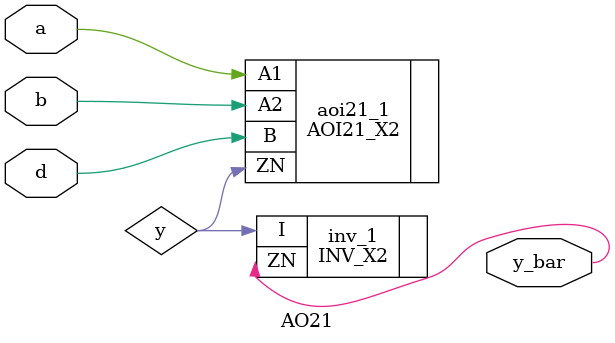
<source format=v>

/* verilator lint_off UNUSEDSIGNAL
module Hybrid_64_BK1_SA5_top (a,b,cin,sum,cout,clk,rst);
input [63:0]a;
input [63:0]b;
input cin;
output reg [63:0]sum;
output reg cout;
input clk;
input rst;
wire [63:0] sum_w;
wire cout_w;
reg cin_r;
Hybrid_64_BK1_SA5 u0 (a,b,cin_r,sum_w,cout_w);
always @(posedge clk ) begin
    if (rst) begin
        sum<=0;
        cout<=0;
    end
    else begin
        sum<=sum_w;
        cout<=cout_w; 
        cin_r <= cin;
    end
end
endmodule */

module pg_gen_bk_sa_64 (a,b,cin,p,g);
input [63:0]a;
input [63:0]b;
input cin;
output [64:0]p;
output [64:0]g;
assign g[0]=cin;
assign p[0]=0;
assign p[64:1]=a^b;
assign g[64:1]=a&b;
endmodule

module Hybrid_64_BK1_SA5 (a,b,cin,sum,cout);

input [64:1]a;
input [64:1]b;
input cin;
output [64:1]sum;
output cout;
wire [64:0]p;
wire [64:0]g;
pg_gen_bk_sa_64 pg_gen_bksa (a,b,cin,p,g);
genvar i;

wire [63:0] gnpg_level1;
wire [63:0] pp_level1;
wire [63:0] gnpg_level2;
wire [63:0] pp_level2;
wire [63:0] gnpg_level3;
wire [63:0] pp_level3;
wire [63:0] gnpg_level4;
wire [63:0] pp_level4;
wire [63:0] gnpg_level5;
wire [63:0] pp_level5;
wire [63:0] gnpg_level6;
wire [63:0] pp_level6;
             generate
               for (i = 1;i<64 ;i=i+2 ) begin:gen_block_sa11
                // assign gnpg_level1[i]=g[i]|p[i]&g[i-1];  
                  AO21 a3 (p[i],g[i-1],g[i],gnpg_level1[i]);
               // assign pp_level1[i]=p[i]&p[i-1];     
               AND2_X1 and3 (p[i],p[i-1],pp_level1[i]);
               end
            endgenerate
             generate
                for (i = 0;i<64 ;i=i+2) begin
                 assign gnpg_level1[i]=g[i];  
                 assign pp_level1[i]=p[i];     
               end
            endgenerate
        generate
             for (i = 3;i<64 ;i=i+4) begin:gen_block_sa310
            // assign gnpg_level2[i+0]=gnpg_level1[i+0]|pp_level1[i+0]&gnpg_level1[i-2];  
            AO21 a5 (pp_level1[i+0],gnpg_level1[i-2],gnpg_level1[i+0],gnpg_level2[i+0]);
           //  assign pp_level2[i+0]=pp_level1[i+0]&pp_level1[i-2];     
              AND2_X1 and5 (pp_level1[i+0],pp_level1[i-2],pp_level2[i+0]);       
         end
       endgenerate
       //old_value_pass
       generate
             for (i = 5;i<64 ;i=i+4) begin
             assign gnpg_level2[i+0]=gnpg_level1[i+0];  
             assign pp_level2[i+0]=pp_level1[i+0];            
         end
       endgenerate
       
         generate
             for (i = 0;i<3 ;i=i+1) begin
             assign gnpg_level2[i]=gnpg_level1[i];  
             assign pp_level2[i]=pp_level1[i];           
         end
       endgenerate 
         //k
         generate
             for (i = 3+1;i<3+2 ;i=i+1) begin
             assign gnpg_level2[i]=gnpg_level1[i];  
             assign pp_level2[i]=pp_level1[i];           
         end
       endgenerate 
         //k
         generate
             for (i = 5+1;i<5+2 ;i=i+1) begin
             assign gnpg_level2[i]=gnpg_level1[i];  
             assign pp_level2[i]=pp_level1[i];           
         end
       endgenerate 
         //k
         generate
             for (i = 7+1;i<7+2 ;i=i+1) begin
             assign gnpg_level2[i]=gnpg_level1[i];  
             assign pp_level2[i]=pp_level1[i];           
         end
       endgenerate 
         //k
         generate
             for (i = 9+1;i<9+2 ;i=i+1) begin
             assign gnpg_level2[i]=gnpg_level1[i];  
             assign pp_level2[i]=pp_level1[i];           
         end
       endgenerate 
         //k
         generate
             for (i = 11+1;i<11+2 ;i=i+1) begin
             assign gnpg_level2[i]=gnpg_level1[i];  
             assign pp_level2[i]=pp_level1[i];           
         end
       endgenerate 
         //k
         generate
             for (i = 13+1;i<13+2 ;i=i+1) begin
             assign gnpg_level2[i]=gnpg_level1[i];  
             assign pp_level2[i]=pp_level1[i];           
         end
       endgenerate 
         //k
         generate
             for (i = 15+1;i<15+2 ;i=i+1) begin
             assign gnpg_level2[i]=gnpg_level1[i];  
             assign pp_level2[i]=pp_level1[i];           
         end
       endgenerate 
         //k
         generate
             for (i = 17+1;i<17+2 ;i=i+1) begin
             assign gnpg_level2[i]=gnpg_level1[i];  
             assign pp_level2[i]=pp_level1[i];           
         end
       endgenerate 
         //k
         generate
             for (i = 19+1;i<19+2 ;i=i+1) begin
             assign gnpg_level2[i]=gnpg_level1[i];  
             assign pp_level2[i]=pp_level1[i];           
         end
       endgenerate 
         //k
         generate
             for (i = 21+1;i<21+2 ;i=i+1) begin
             assign gnpg_level2[i]=gnpg_level1[i];  
             assign pp_level2[i]=pp_level1[i];           
         end
       endgenerate 
         //k
         generate
             for (i = 23+1;i<23+2 ;i=i+1) begin
             assign gnpg_level2[i]=gnpg_level1[i];  
             assign pp_level2[i]=pp_level1[i];           
         end
       endgenerate 
         //k
         generate
             for (i = 25+1;i<25+2 ;i=i+1) begin
             assign gnpg_level2[i]=gnpg_level1[i];  
             assign pp_level2[i]=pp_level1[i];           
         end
       endgenerate 
         //k
         generate
             for (i = 27+1;i<27+2 ;i=i+1) begin
             assign gnpg_level2[i]=gnpg_level1[i];  
             assign pp_level2[i]=pp_level1[i];           
         end
       endgenerate 
         //k
         generate
             for (i = 29+1;i<29+2 ;i=i+1) begin
             assign gnpg_level2[i]=gnpg_level1[i];  
             assign pp_level2[i]=pp_level1[i];           
         end
       endgenerate 
         //k
         generate
             for (i = 31+1;i<31+2 ;i=i+1) begin
             assign gnpg_level2[i]=gnpg_level1[i];  
             assign pp_level2[i]=pp_level1[i];           
         end
       endgenerate 
         //k
         generate
             for (i = 33+1;i<33+2 ;i=i+1) begin
             assign gnpg_level2[i]=gnpg_level1[i];  
             assign pp_level2[i]=pp_level1[i];           
         end
       endgenerate 
         //k
         generate
             for (i = 35+1;i<35+2 ;i=i+1) begin
             assign gnpg_level2[i]=gnpg_level1[i];  
             assign pp_level2[i]=pp_level1[i];           
         end
       endgenerate 
         //k
         generate
             for (i = 37+1;i<37+2 ;i=i+1) begin
             assign gnpg_level2[i]=gnpg_level1[i];  
             assign pp_level2[i]=pp_level1[i];           
         end
       endgenerate 
         //k
         generate
             for (i = 39+1;i<39+2 ;i=i+1) begin
             assign gnpg_level2[i]=gnpg_level1[i];  
             assign pp_level2[i]=pp_level1[i];           
         end
       endgenerate 
         //k
         generate
             for (i = 41+1;i<41+2 ;i=i+1) begin
             assign gnpg_level2[i]=gnpg_level1[i];  
             assign pp_level2[i]=pp_level1[i];           
         end
       endgenerate 
         //k
         generate
             for (i = 43+1;i<43+2 ;i=i+1) begin
             assign gnpg_level2[i]=gnpg_level1[i];  
             assign pp_level2[i]=pp_level1[i];           
         end
       endgenerate 
         //k
         generate
             for (i = 45+1;i<45+2 ;i=i+1) begin
             assign gnpg_level2[i]=gnpg_level1[i];  
             assign pp_level2[i]=pp_level1[i];           
         end
       endgenerate 
         //k
         generate
             for (i = 47+1;i<47+2 ;i=i+1) begin
             assign gnpg_level2[i]=gnpg_level1[i];  
             assign pp_level2[i]=pp_level1[i];           
         end
       endgenerate 
         //k
         generate
             for (i = 49+1;i<49+2 ;i=i+1) begin
             assign gnpg_level2[i]=gnpg_level1[i];  
             assign pp_level2[i]=pp_level1[i];           
         end
       endgenerate 
         //k
         generate
             for (i = 51+1;i<51+2 ;i=i+1) begin
             assign gnpg_level2[i]=gnpg_level1[i];  
             assign pp_level2[i]=pp_level1[i];           
         end
       endgenerate 
         //k
         generate
             for (i = 53+1;i<53+2 ;i=i+1) begin
             assign gnpg_level2[i]=gnpg_level1[i];  
             assign pp_level2[i]=pp_level1[i];           
         end
       endgenerate 
         //k
         generate
             for (i = 55+1;i<55+2 ;i=i+1) begin
             assign gnpg_level2[i]=gnpg_level1[i];  
             assign pp_level2[i]=pp_level1[i];           
         end
       endgenerate 
         //k
         generate
             for (i = 57+1;i<57+2 ;i=i+1) begin
             assign gnpg_level2[i]=gnpg_level1[i];  
             assign pp_level2[i]=pp_level1[i];           
         end
       endgenerate 
         //k
         generate
             for (i = 59+1;i<59+2 ;i=i+1) begin
             assign gnpg_level2[i]=gnpg_level1[i];  
             assign pp_level2[i]=pp_level1[i];           
         end
       endgenerate 
         //k
         generate
             for (i = 61+1;i<61+2 ;i=i+1) begin
             assign gnpg_level2[i]=gnpg_level1[i];  
             assign pp_level2[i]=pp_level1[i];           
         end
       endgenerate 
        generate
             for (i = 5;i<64 ;i=i+8) begin:gen_block_sa320
            // assign gnpg_level3[i+0]=gnpg_level2[i+0]|pp_level2[i+0]&gnpg_level2[i-2];  
            AO21 a5 (pp_level2[i+0],gnpg_level2[i-2],gnpg_level2[i+0],gnpg_level3[i+0]);
           //  assign pp_level3[i+0]=pp_level2[i+0]&pp_level2[i-2];     
              AND2_X1 and5 (pp_level2[i+0],pp_level2[i-2],pp_level3[i+0]);       
         end
       endgenerate
       //old_value_pass
       generate
             for (i = 9;i<64 ;i=i+8) begin
             assign gnpg_level3[i+0]=gnpg_level2[i+0];  
             assign pp_level3[i+0]=pp_level2[i+0];            
         end
       endgenerate
       
        generate
             for (i = 5;i<64 ;i=i+8) begin:gen_block_sa322
            // assign gnpg_level3[i+2]=gnpg_level2[i+2]|pp_level2[i+2]&gnpg_level2[i-2];  
            AO21 a5 (pp_level2[i+2],gnpg_level2[i-2],gnpg_level2[i+2],gnpg_level3[i+2]);
           //  assign pp_level3[i+2]=pp_level2[i+2]&pp_level2[i-2];     
              AND2_X1 and5 (pp_level2[i+2],pp_level2[i-2],pp_level3[i+2]);       
         end
       endgenerate
       //old_value_pass
       generate
             for (i = 9;i<64 ;i=i+8) begin
             assign gnpg_level3[i+2]=gnpg_level2[i+2];  
             assign pp_level3[i+2]=pp_level2[i+2];            
         end
       endgenerate
       
         generate
             for (i = 0;i<5 ;i=i+1) begin
             assign gnpg_level3[i]=gnpg_level2[i];  
             assign pp_level3[i]=pp_level2[i];           
         end
       endgenerate 
         //k
         generate
             for (i = 5+1;i<5+2 ;i=i+1) begin
             assign gnpg_level3[i]=gnpg_level2[i];  
             assign pp_level3[i]=pp_level2[i];           
         end
       endgenerate 
         //k
         generate
             for (i = 7+1;i<7+2 ;i=i+1) begin
             assign gnpg_level3[i]=gnpg_level2[i];  
             assign pp_level3[i]=pp_level2[i];           
         end
       endgenerate 
         //k
         generate
             for (i = 9+1;i<9+2 ;i=i+1) begin
             assign gnpg_level3[i]=gnpg_level2[i];  
             assign pp_level3[i]=pp_level2[i];           
         end
       endgenerate 
         //k
         generate
             for (i = 11+1;i<11+2 ;i=i+1) begin
             assign gnpg_level3[i]=gnpg_level2[i];  
             assign pp_level3[i]=pp_level2[i];           
         end
       endgenerate 
         //k
         generate
             for (i = 13+1;i<13+2 ;i=i+1) begin
             assign gnpg_level3[i]=gnpg_level2[i];  
             assign pp_level3[i]=pp_level2[i];           
         end
       endgenerate 
         //k
         generate
             for (i = 15+1;i<15+2 ;i=i+1) begin
             assign gnpg_level3[i]=gnpg_level2[i];  
             assign pp_level3[i]=pp_level2[i];           
         end
       endgenerate 
         //k
         generate
             for (i = 17+1;i<17+2 ;i=i+1) begin
             assign gnpg_level3[i]=gnpg_level2[i];  
             assign pp_level3[i]=pp_level2[i];           
         end
       endgenerate 
         //k
         generate
             for (i = 19+1;i<19+2 ;i=i+1) begin
             assign gnpg_level3[i]=gnpg_level2[i];  
             assign pp_level3[i]=pp_level2[i];           
         end
       endgenerate 
         //k
         generate
             for (i = 21+1;i<21+2 ;i=i+1) begin
             assign gnpg_level3[i]=gnpg_level2[i];  
             assign pp_level3[i]=pp_level2[i];           
         end
       endgenerate 
         //k
         generate
             for (i = 23+1;i<23+2 ;i=i+1) begin
             assign gnpg_level3[i]=gnpg_level2[i];  
             assign pp_level3[i]=pp_level2[i];           
         end
       endgenerate 
         //k
         generate
             for (i = 25+1;i<25+2 ;i=i+1) begin
             assign gnpg_level3[i]=gnpg_level2[i];  
             assign pp_level3[i]=pp_level2[i];           
         end
       endgenerate 
         //k
         generate
             for (i = 27+1;i<27+2 ;i=i+1) begin
             assign gnpg_level3[i]=gnpg_level2[i];  
             assign pp_level3[i]=pp_level2[i];           
         end
       endgenerate 
         //k
         generate
             for (i = 29+1;i<29+2 ;i=i+1) begin
             assign gnpg_level3[i]=gnpg_level2[i];  
             assign pp_level3[i]=pp_level2[i];           
         end
       endgenerate 
         //k
         generate
             for (i = 31+1;i<31+2 ;i=i+1) begin
             assign gnpg_level3[i]=gnpg_level2[i];  
             assign pp_level3[i]=pp_level2[i];           
         end
       endgenerate 
         //k
         generate
             for (i = 33+1;i<33+2 ;i=i+1) begin
             assign gnpg_level3[i]=gnpg_level2[i];  
             assign pp_level3[i]=pp_level2[i];           
         end
       endgenerate 
         //k
         generate
             for (i = 35+1;i<35+2 ;i=i+1) begin
             assign gnpg_level3[i]=gnpg_level2[i];  
             assign pp_level3[i]=pp_level2[i];           
         end
       endgenerate 
         //k
         generate
             for (i = 37+1;i<37+2 ;i=i+1) begin
             assign gnpg_level3[i]=gnpg_level2[i];  
             assign pp_level3[i]=pp_level2[i];           
         end
       endgenerate 
         //k
         generate
             for (i = 39+1;i<39+2 ;i=i+1) begin
             assign gnpg_level3[i]=gnpg_level2[i];  
             assign pp_level3[i]=pp_level2[i];           
         end
       endgenerate 
         //k
         generate
             for (i = 41+1;i<41+2 ;i=i+1) begin
             assign gnpg_level3[i]=gnpg_level2[i];  
             assign pp_level3[i]=pp_level2[i];           
         end
       endgenerate 
         //k
         generate
             for (i = 43+1;i<43+2 ;i=i+1) begin
             assign gnpg_level3[i]=gnpg_level2[i];  
             assign pp_level3[i]=pp_level2[i];           
         end
       endgenerate 
         //k
         generate
             for (i = 45+1;i<45+2 ;i=i+1) begin
             assign gnpg_level3[i]=gnpg_level2[i];  
             assign pp_level3[i]=pp_level2[i];           
         end
       endgenerate 
         //k
         generate
             for (i = 47+1;i<47+2 ;i=i+1) begin
             assign gnpg_level3[i]=gnpg_level2[i];  
             assign pp_level3[i]=pp_level2[i];           
         end
       endgenerate 
         //k
         generate
             for (i = 49+1;i<49+2 ;i=i+1) begin
             assign gnpg_level3[i]=gnpg_level2[i];  
             assign pp_level3[i]=pp_level2[i];           
         end
       endgenerate 
         //k
         generate
             for (i = 51+1;i<51+2 ;i=i+1) begin
             assign gnpg_level3[i]=gnpg_level2[i];  
             assign pp_level3[i]=pp_level2[i];           
         end
       endgenerate 
         //k
         generate
             for (i = 53+1;i<53+2 ;i=i+1) begin
             assign gnpg_level3[i]=gnpg_level2[i];  
             assign pp_level3[i]=pp_level2[i];           
         end
       endgenerate 
         //k
         generate
             for (i = 55+1;i<55+2 ;i=i+1) begin
             assign gnpg_level3[i]=gnpg_level2[i];  
             assign pp_level3[i]=pp_level2[i];           
         end
       endgenerate 
         //k
         generate
             for (i = 57+1;i<57+2 ;i=i+1) begin
             assign gnpg_level3[i]=gnpg_level2[i];  
             assign pp_level3[i]=pp_level2[i];           
         end
       endgenerate 
         //k
         generate
             for (i = 59+1;i<59+2 ;i=i+1) begin
             assign gnpg_level3[i]=gnpg_level2[i];  
             assign pp_level3[i]=pp_level2[i];           
         end
       endgenerate 
         //k
         generate
             for (i = 61+1;i<61+2 ;i=i+1) begin
             assign gnpg_level3[i]=gnpg_level2[i];  
             assign pp_level3[i]=pp_level2[i];           
         end
       endgenerate 
        generate
             for (i = 9;i<64 ;i=i+16) begin:gen_block_sa330
            // assign gnpg_level4[i+0]=gnpg_level3[i+0]|pp_level3[i+0]&gnpg_level3[i-2];  
            AO21 a5 (pp_level3[i+0],gnpg_level3[i-2],gnpg_level3[i+0],gnpg_level4[i+0]);
           //  assign pp_level4[i+0]=pp_level3[i+0]&pp_level3[i-2];     
              AND2_X1 and5 (pp_level3[i+0],pp_level3[i-2],pp_level4[i+0]);       
         end
       endgenerate
       //old_value_pass
       generate
             for (i = 17;i<64 ;i=i+16) begin
             assign gnpg_level4[i+0]=gnpg_level3[i+0];  
             assign pp_level4[i+0]=pp_level3[i+0];            
         end
       endgenerate
       
        generate
             for (i = 9;i<64 ;i=i+16) begin:gen_block_sa332
            // assign gnpg_level4[i+2]=gnpg_level3[i+2]|pp_level3[i+2]&gnpg_level3[i-2];  
            AO21 a5 (pp_level3[i+2],gnpg_level3[i-2],gnpg_level3[i+2],gnpg_level4[i+2]);
           //  assign pp_level4[i+2]=pp_level3[i+2]&pp_level3[i-2];     
              AND2_X1 and5 (pp_level3[i+2],pp_level3[i-2],pp_level4[i+2]);       
         end
       endgenerate
       //old_value_pass
       generate
             for (i = 17;i<64 ;i=i+16) begin
             assign gnpg_level4[i+2]=gnpg_level3[i+2];  
             assign pp_level4[i+2]=pp_level3[i+2];            
         end
       endgenerate
       
        generate
             for (i = 9;i<64 ;i=i+16) begin:gen_block_sa334
            // assign gnpg_level4[i+4]=gnpg_level3[i+4]|pp_level3[i+4]&gnpg_level3[i-2];  
            AO21 a5 (pp_level3[i+4],gnpg_level3[i-2],gnpg_level3[i+4],gnpg_level4[i+4]);
           //  assign pp_level4[i+4]=pp_level3[i+4]&pp_level3[i-2];     
              AND2_X1 and5 (pp_level3[i+4],pp_level3[i-2],pp_level4[i+4]);       
         end
       endgenerate
       //old_value_pass
       generate
             for (i = 17;i<64 ;i=i+16) begin
             assign gnpg_level4[i+4]=gnpg_level3[i+4];  
             assign pp_level4[i+4]=pp_level3[i+4];            
         end
       endgenerate
       
        generate
             for (i = 9;i<64 ;i=i+16) begin:gen_block_sa336
            // assign gnpg_level4[i+6]=gnpg_level3[i+6]|pp_level3[i+6]&gnpg_level3[i-2];  
            AO21 a5 (pp_level3[i+6],gnpg_level3[i-2],gnpg_level3[i+6],gnpg_level4[i+6]);
           //  assign pp_level4[i+6]=pp_level3[i+6]&pp_level3[i-2];     
              AND2_X1 and5 (pp_level3[i+6],pp_level3[i-2],pp_level4[i+6]);       
         end
       endgenerate
       //old_value_pass
       generate
             for (i = 17;i<64 ;i=i+16) begin
             assign gnpg_level4[i+6]=gnpg_level3[i+6];  
             assign pp_level4[i+6]=pp_level3[i+6];            
         end
       endgenerate
       
         generate
             for (i = 0;i<9 ;i=i+1) begin
             assign gnpg_level4[i]=gnpg_level3[i];  
             assign pp_level4[i]=pp_level3[i];           
         end
       endgenerate 
         //k
         generate
             for (i = 9+1;i<9+2 ;i=i+1) begin
             assign gnpg_level4[i]=gnpg_level3[i];  
             assign pp_level4[i]=pp_level3[i];           
         end
       endgenerate 
         //k
         generate
             for (i = 11+1;i<11+2 ;i=i+1) begin
             assign gnpg_level4[i]=gnpg_level3[i];  
             assign pp_level4[i]=pp_level3[i];           
         end
       endgenerate 
         //k
         generate
             for (i = 13+1;i<13+2 ;i=i+1) begin
             assign gnpg_level4[i]=gnpg_level3[i];  
             assign pp_level4[i]=pp_level3[i];           
         end
       endgenerate 
         //k
         generate
             for (i = 15+1;i<15+2 ;i=i+1) begin
             assign gnpg_level4[i]=gnpg_level3[i];  
             assign pp_level4[i]=pp_level3[i];           
         end
       endgenerate 
         //k
         generate
             for (i = 17+1;i<17+2 ;i=i+1) begin
             assign gnpg_level4[i]=gnpg_level3[i];  
             assign pp_level4[i]=pp_level3[i];           
         end
       endgenerate 
         //k
         generate
             for (i = 19+1;i<19+2 ;i=i+1) begin
             assign gnpg_level4[i]=gnpg_level3[i];  
             assign pp_level4[i]=pp_level3[i];           
         end
       endgenerate 
         //k
         generate
             for (i = 21+1;i<21+2 ;i=i+1) begin
             assign gnpg_level4[i]=gnpg_level3[i];  
             assign pp_level4[i]=pp_level3[i];           
         end
       endgenerate 
         //k
         generate
             for (i = 23+1;i<23+2 ;i=i+1) begin
             assign gnpg_level4[i]=gnpg_level3[i];  
             assign pp_level4[i]=pp_level3[i];           
         end
       endgenerate 
         //k
         generate
             for (i = 25+1;i<25+2 ;i=i+1) begin
             assign gnpg_level4[i]=gnpg_level3[i];  
             assign pp_level4[i]=pp_level3[i];           
         end
       endgenerate 
         //k
         generate
             for (i = 27+1;i<27+2 ;i=i+1) begin
             assign gnpg_level4[i]=gnpg_level3[i];  
             assign pp_level4[i]=pp_level3[i];           
         end
       endgenerate 
         //k
         generate
             for (i = 29+1;i<29+2 ;i=i+1) begin
             assign gnpg_level4[i]=gnpg_level3[i];  
             assign pp_level4[i]=pp_level3[i];           
         end
       endgenerate 
         //k
         generate
             for (i = 31+1;i<31+2 ;i=i+1) begin
             assign gnpg_level4[i]=gnpg_level3[i];  
             assign pp_level4[i]=pp_level3[i];           
         end
       endgenerate 
         //k
         generate
             for (i = 33+1;i<33+2 ;i=i+1) begin
             assign gnpg_level4[i]=gnpg_level3[i];  
             assign pp_level4[i]=pp_level3[i];           
         end
       endgenerate 
         //k
         generate
             for (i = 35+1;i<35+2 ;i=i+1) begin
             assign gnpg_level4[i]=gnpg_level3[i];  
             assign pp_level4[i]=pp_level3[i];           
         end
       endgenerate 
         //k
         generate
             for (i = 37+1;i<37+2 ;i=i+1) begin
             assign gnpg_level4[i]=gnpg_level3[i];  
             assign pp_level4[i]=pp_level3[i];           
         end
       endgenerate 
         //k
         generate
             for (i = 39+1;i<39+2 ;i=i+1) begin
             assign gnpg_level4[i]=gnpg_level3[i];  
             assign pp_level4[i]=pp_level3[i];           
         end
       endgenerate 
         //k
         generate
             for (i = 41+1;i<41+2 ;i=i+1) begin
             assign gnpg_level4[i]=gnpg_level3[i];  
             assign pp_level4[i]=pp_level3[i];           
         end
       endgenerate 
         //k
         generate
             for (i = 43+1;i<43+2 ;i=i+1) begin
             assign gnpg_level4[i]=gnpg_level3[i];  
             assign pp_level4[i]=pp_level3[i];           
         end
       endgenerate 
         //k
         generate
             for (i = 45+1;i<45+2 ;i=i+1) begin
             assign gnpg_level4[i]=gnpg_level3[i];  
             assign pp_level4[i]=pp_level3[i];           
         end
       endgenerate 
         //k
         generate
             for (i = 47+1;i<47+2 ;i=i+1) begin
             assign gnpg_level4[i]=gnpg_level3[i];  
             assign pp_level4[i]=pp_level3[i];           
         end
       endgenerate 
         //k
         generate
             for (i = 49+1;i<49+2 ;i=i+1) begin
             assign gnpg_level4[i]=gnpg_level3[i];  
             assign pp_level4[i]=pp_level3[i];           
         end
       endgenerate 
         //k
         generate
             for (i = 51+1;i<51+2 ;i=i+1) begin
             assign gnpg_level4[i]=gnpg_level3[i];  
             assign pp_level4[i]=pp_level3[i];           
         end
       endgenerate 
         //k
         generate
             for (i = 53+1;i<53+2 ;i=i+1) begin
             assign gnpg_level4[i]=gnpg_level3[i];  
             assign pp_level4[i]=pp_level3[i];           
         end
       endgenerate 
         //k
         generate
             for (i = 55+1;i<55+2 ;i=i+1) begin
             assign gnpg_level4[i]=gnpg_level3[i];  
             assign pp_level4[i]=pp_level3[i];           
         end
       endgenerate 
         //k
         generate
             for (i = 57+1;i<57+2 ;i=i+1) begin
             assign gnpg_level4[i]=gnpg_level3[i];  
             assign pp_level4[i]=pp_level3[i];           
         end
       endgenerate 
         //k
         generate
             for (i = 59+1;i<59+2 ;i=i+1) begin
             assign gnpg_level4[i]=gnpg_level3[i];  
             assign pp_level4[i]=pp_level3[i];           
         end
       endgenerate 
         //k
         generate
             for (i = 61+1;i<61+2 ;i=i+1) begin
             assign gnpg_level4[i]=gnpg_level3[i];  
             assign pp_level4[i]=pp_level3[i];           
         end
       endgenerate 
        generate
             for (i = 17;i<64 ;i=i+32) begin:gen_block_sa340
            // assign gnpg_level5[i+0]=gnpg_level4[i+0]|pp_level4[i+0]&gnpg_level4[i-2];  
            AO21 a5 (pp_level4[i+0],gnpg_level4[i-2],gnpg_level4[i+0],gnpg_level5[i+0]);
           //  assign pp_level5[i+0]=pp_level4[i+0]&pp_level4[i-2];     
              AND2_X1 and5 (pp_level4[i+0],pp_level4[i-2],pp_level5[i+0]);       
         end
       endgenerate
       //old_value_pass
       generate
             for (i = 33;i<64 ;i=i+32) begin
             assign gnpg_level5[i+0]=gnpg_level4[i+0];  
             assign pp_level5[i+0]=pp_level4[i+0];            
         end
       endgenerate
       
        generate
             for (i = 17;i<64 ;i=i+32) begin:gen_block_sa342
            // assign gnpg_level5[i+2]=gnpg_level4[i+2]|pp_level4[i+2]&gnpg_level4[i-2];  
            AO21 a5 (pp_level4[i+2],gnpg_level4[i-2],gnpg_level4[i+2],gnpg_level5[i+2]);
           //  assign pp_level5[i+2]=pp_level4[i+2]&pp_level4[i-2];     
              AND2_X1 and5 (pp_level4[i+2],pp_level4[i-2],pp_level5[i+2]);       
         end
       endgenerate
       //old_value_pass
       generate
             for (i = 33;i<64 ;i=i+32) begin
             assign gnpg_level5[i+2]=gnpg_level4[i+2];  
             assign pp_level5[i+2]=pp_level4[i+2];            
         end
       endgenerate
       
        generate
             for (i = 17;i<64 ;i=i+32) begin:gen_block_sa344
            // assign gnpg_level5[i+4]=gnpg_level4[i+4]|pp_level4[i+4]&gnpg_level4[i-2];  
            AO21 a5 (pp_level4[i+4],gnpg_level4[i-2],gnpg_level4[i+4],gnpg_level5[i+4]);
           //  assign pp_level5[i+4]=pp_level4[i+4]&pp_level4[i-2];     
              AND2_X1 and5 (pp_level4[i+4],pp_level4[i-2],pp_level5[i+4]);       
         end
       endgenerate
       //old_value_pass
       generate
             for (i = 33;i<64 ;i=i+32) begin
             assign gnpg_level5[i+4]=gnpg_level4[i+4];  
             assign pp_level5[i+4]=pp_level4[i+4];            
         end
       endgenerate
       
        generate
             for (i = 17;i<64 ;i=i+32) begin:gen_block_sa346
            // assign gnpg_level5[i+6]=gnpg_level4[i+6]|pp_level4[i+6]&gnpg_level4[i-2];  
            AO21 a5 (pp_level4[i+6],gnpg_level4[i-2],gnpg_level4[i+6],gnpg_level5[i+6]);
           //  assign pp_level5[i+6]=pp_level4[i+6]&pp_level4[i-2];     
              AND2_X1 and5 (pp_level4[i+6],pp_level4[i-2],pp_level5[i+6]);       
         end
       endgenerate
       //old_value_pass
       generate
             for (i = 33;i<64 ;i=i+32) begin
             assign gnpg_level5[i+6]=gnpg_level4[i+6];  
             assign pp_level5[i+6]=pp_level4[i+6];            
         end
       endgenerate
       
        generate
             for (i = 17;i<64 ;i=i+32) begin:gen_block_sa348
            // assign gnpg_level5[i+8]=gnpg_level4[i+8]|pp_level4[i+8]&gnpg_level4[i-2];  
            AO21 a5 (pp_level4[i+8],gnpg_level4[i-2],gnpg_level4[i+8],gnpg_level5[i+8]);
           //  assign pp_level5[i+8]=pp_level4[i+8]&pp_level4[i-2];     
              AND2_X1 and5 (pp_level4[i+8],pp_level4[i-2],pp_level5[i+8]);       
         end
       endgenerate
       //old_value_pass
       generate
             for (i = 33;i<64 ;i=i+32) begin
             assign gnpg_level5[i+8]=gnpg_level4[i+8];  
             assign pp_level5[i+8]=pp_level4[i+8];            
         end
       endgenerate
       
        generate
             for (i = 17;i<64 ;i=i+32) begin:gen_block_sa3410
            // assign gnpg_level5[i+10]=gnpg_level4[i+10]|pp_level4[i+10]&gnpg_level4[i-2];  
            AO21 a5 (pp_level4[i+10],gnpg_level4[i-2],gnpg_level4[i+10],gnpg_level5[i+10]);
           //  assign pp_level5[i+10]=pp_level4[i+10]&pp_level4[i-2];     
              AND2_X1 and5 (pp_level4[i+10],pp_level4[i-2],pp_level5[i+10]);       
         end
       endgenerate
       //old_value_pass
       generate
             for (i = 33;i<64 ;i=i+32) begin
             assign gnpg_level5[i+10]=gnpg_level4[i+10];  
             assign pp_level5[i+10]=pp_level4[i+10];            
         end
       endgenerate
       
        generate
             for (i = 17;i<64 ;i=i+32) begin:gen_block_sa3412
            // assign gnpg_level5[i+12]=gnpg_level4[i+12]|pp_level4[i+12]&gnpg_level4[i-2];  
            AO21 a5 (pp_level4[i+12],gnpg_level4[i-2],gnpg_level4[i+12],gnpg_level5[i+12]);
           //  assign pp_level5[i+12]=pp_level4[i+12]&pp_level4[i-2];     
              AND2_X1 and5 (pp_level4[i+12],pp_level4[i-2],pp_level5[i+12]);       
         end
       endgenerate
       //old_value_pass
       generate
             for (i = 33;i<64 ;i=i+32) begin
             assign gnpg_level5[i+12]=gnpg_level4[i+12];  
             assign pp_level5[i+12]=pp_level4[i+12];            
         end
       endgenerate
       
        generate
             for (i = 17;i<64 ;i=i+32) begin:gen_block_sa3414
            // assign gnpg_level5[i+14]=gnpg_level4[i+14]|pp_level4[i+14]&gnpg_level4[i-2];  
            AO21 a5 (pp_level4[i+14],gnpg_level4[i-2],gnpg_level4[i+14],gnpg_level5[i+14]);
           //  assign pp_level5[i+14]=pp_level4[i+14]&pp_level4[i-2];     
              AND2_X1 and5 (pp_level4[i+14],pp_level4[i-2],pp_level5[i+14]);       
         end
       endgenerate
       //old_value_pass
       generate
             for (i = 33;i<64 ;i=i+32) begin
             assign gnpg_level5[i+14]=gnpg_level4[i+14];  
             assign pp_level5[i+14]=pp_level4[i+14];            
         end
       endgenerate
       
         generate
             for (i = 0;i<17 ;i=i+1) begin
             assign gnpg_level5[i]=gnpg_level4[i];  
             assign pp_level5[i]=pp_level4[i];           
         end
       endgenerate 
         //k
         generate
             for (i = 17+1;i<17+2 ;i=i+1) begin
             assign gnpg_level5[i]=gnpg_level4[i];  
             assign pp_level5[i]=pp_level4[i];           
         end
       endgenerate 
         //k
         generate
             for (i = 19+1;i<19+2 ;i=i+1) begin
             assign gnpg_level5[i]=gnpg_level4[i];  
             assign pp_level5[i]=pp_level4[i];           
         end
       endgenerate 
         //k
         generate
             for (i = 21+1;i<21+2 ;i=i+1) begin
             assign gnpg_level5[i]=gnpg_level4[i];  
             assign pp_level5[i]=pp_level4[i];           
         end
       endgenerate 
         //k
         generate
             for (i = 23+1;i<23+2 ;i=i+1) begin
             assign gnpg_level5[i]=gnpg_level4[i];  
             assign pp_level5[i]=pp_level4[i];           
         end
       endgenerate 
         //k
         generate
             for (i = 25+1;i<25+2 ;i=i+1) begin
             assign gnpg_level5[i]=gnpg_level4[i];  
             assign pp_level5[i]=pp_level4[i];           
         end
       endgenerate 
         //k
         generate
             for (i = 27+1;i<27+2 ;i=i+1) begin
             assign gnpg_level5[i]=gnpg_level4[i];  
             assign pp_level5[i]=pp_level4[i];           
         end
       endgenerate 
         //k
         generate
             for (i = 29+1;i<29+2 ;i=i+1) begin
             assign gnpg_level5[i]=gnpg_level4[i];  
             assign pp_level5[i]=pp_level4[i];           
         end
       endgenerate 
         //k
         generate
             for (i = 31+1;i<31+2 ;i=i+1) begin
             assign gnpg_level5[i]=gnpg_level4[i];  
             assign pp_level5[i]=pp_level4[i];           
         end
       endgenerate 
         //k
         generate
             for (i = 33+1;i<33+2 ;i=i+1) begin
             assign gnpg_level5[i]=gnpg_level4[i];  
             assign pp_level5[i]=pp_level4[i];           
         end
       endgenerate 
         //k
         generate
             for (i = 35+1;i<35+2 ;i=i+1) begin
             assign gnpg_level5[i]=gnpg_level4[i];  
             assign pp_level5[i]=pp_level4[i];           
         end
       endgenerate 
         //k
         generate
             for (i = 37+1;i<37+2 ;i=i+1) begin
             assign gnpg_level5[i]=gnpg_level4[i];  
             assign pp_level5[i]=pp_level4[i];           
         end
       endgenerate 
         //k
         generate
             for (i = 39+1;i<39+2 ;i=i+1) begin
             assign gnpg_level5[i]=gnpg_level4[i];  
             assign pp_level5[i]=pp_level4[i];           
         end
       endgenerate 
         //k
         generate
             for (i = 41+1;i<41+2 ;i=i+1) begin
             assign gnpg_level5[i]=gnpg_level4[i];  
             assign pp_level5[i]=pp_level4[i];           
         end
       endgenerate 
         //k
         generate
             for (i = 43+1;i<43+2 ;i=i+1) begin
             assign gnpg_level5[i]=gnpg_level4[i];  
             assign pp_level5[i]=pp_level4[i];           
         end
       endgenerate 
         //k
         generate
             for (i = 45+1;i<45+2 ;i=i+1) begin
             assign gnpg_level5[i]=gnpg_level4[i];  
             assign pp_level5[i]=pp_level4[i];           
         end
       endgenerate 
         //k
         generate
             for (i = 47+1;i<47+2 ;i=i+1) begin
             assign gnpg_level5[i]=gnpg_level4[i];  
             assign pp_level5[i]=pp_level4[i];           
         end
       endgenerate 
         //k
         generate
             for (i = 49+1;i<49+2 ;i=i+1) begin
             assign gnpg_level5[i]=gnpg_level4[i];  
             assign pp_level5[i]=pp_level4[i];           
         end
       endgenerate 
         //k
         generate
             for (i = 51+1;i<51+2 ;i=i+1) begin
             assign gnpg_level5[i]=gnpg_level4[i];  
             assign pp_level5[i]=pp_level4[i];           
         end
       endgenerate 
         //k
         generate
             for (i = 53+1;i<53+2 ;i=i+1) begin
             assign gnpg_level5[i]=gnpg_level4[i];  
             assign pp_level5[i]=pp_level4[i];           
         end
       endgenerate 
         //k
         generate
             for (i = 55+1;i<55+2 ;i=i+1) begin
             assign gnpg_level5[i]=gnpg_level4[i];  
             assign pp_level5[i]=pp_level4[i];           
         end
       endgenerate 
         //k
         generate
             for (i = 57+1;i<57+2 ;i=i+1) begin
             assign gnpg_level5[i]=gnpg_level4[i];  
             assign pp_level5[i]=pp_level4[i];           
         end
       endgenerate 
         //k
         generate
             for (i = 59+1;i<59+2 ;i=i+1) begin
             assign gnpg_level5[i]=gnpg_level4[i];  
             assign pp_level5[i]=pp_level4[i];           
         end
       endgenerate 
         //k
         generate
             for (i = 61+1;i<61+2 ;i=i+1) begin
             assign gnpg_level5[i]=gnpg_level4[i];  
             assign pp_level5[i]=pp_level4[i];           
         end
       endgenerate 
        generate
             for (i = 33;i<64 ;i=i+64) begin:gen_block_sa350
            // assign gnpg_level6[i+0]=gnpg_level5[i+0]|pp_level5[i+0]&gnpg_level5[i-2];  
            AO21 a5 (pp_level5[i+0],gnpg_level5[i-2],gnpg_level5[i+0],gnpg_level6[i+0]);
           //  assign pp_level6[i+0]=pp_level5[i+0]&pp_level5[i-2];     
              AND2_X1 and5 (pp_level5[i+0],pp_level5[i-2],pp_level6[i+0]);       
         end
       endgenerate
       //old_value_pass
       generate
             for (i = 65;i<64 ;i=i+64) begin
             assign gnpg_level6[i+0]=gnpg_level5[i+0];  
             assign pp_level6[i+0]=pp_level5[i+0];            
         end
       endgenerate
       
        generate
             for (i = 33;i<64 ;i=i+64) begin:gen_block_sa352
            // assign gnpg_level6[i+2]=gnpg_level5[i+2]|pp_level5[i+2]&gnpg_level5[i-2];  
            AO21 a5 (pp_level5[i+2],gnpg_level5[i-2],gnpg_level5[i+2],gnpg_level6[i+2]);
           //  assign pp_level6[i+2]=pp_level5[i+2]&pp_level5[i-2];     
              AND2_X1 and5 (pp_level5[i+2],pp_level5[i-2],pp_level6[i+2]);       
         end
       endgenerate
       //old_value_pass
       generate
             for (i = 65;i<64 ;i=i+64) begin
             assign gnpg_level6[i+2]=gnpg_level5[i+2];  
             assign pp_level6[i+2]=pp_level5[i+2];            
         end
       endgenerate
       
        generate
             for (i = 33;i<64 ;i=i+64) begin:gen_block_sa354
            // assign gnpg_level6[i+4]=gnpg_level5[i+4]|pp_level5[i+4]&gnpg_level5[i-2];  
            AO21 a5 (pp_level5[i+4],gnpg_level5[i-2],gnpg_level5[i+4],gnpg_level6[i+4]);
           //  assign pp_level6[i+4]=pp_level5[i+4]&pp_level5[i-2];     
              AND2_X1 and5 (pp_level5[i+4],pp_level5[i-2],pp_level6[i+4]);       
         end
       endgenerate
       //old_value_pass
       generate
             for (i = 65;i<64 ;i=i+64) begin
             assign gnpg_level6[i+4]=gnpg_level5[i+4];  
             assign pp_level6[i+4]=pp_level5[i+4];            
         end
       endgenerate
       
        generate
             for (i = 33;i<64 ;i=i+64) begin:gen_block_sa356
            // assign gnpg_level6[i+6]=gnpg_level5[i+6]|pp_level5[i+6]&gnpg_level5[i-2];  
            AO21 a5 (pp_level5[i+6],gnpg_level5[i-2],gnpg_level5[i+6],gnpg_level6[i+6]);
           //  assign pp_level6[i+6]=pp_level5[i+6]&pp_level5[i-2];     
              AND2_X1 and5 (pp_level5[i+6],pp_level5[i-2],pp_level6[i+6]);       
         end
       endgenerate
       //old_value_pass
       generate
             for (i = 65;i<64 ;i=i+64) begin
             assign gnpg_level6[i+6]=gnpg_level5[i+6];  
             assign pp_level6[i+6]=pp_level5[i+6];            
         end
       endgenerate
       
        generate
             for (i = 33;i<64 ;i=i+64) begin:gen_block_sa358
            // assign gnpg_level6[i+8]=gnpg_level5[i+8]|pp_level5[i+8]&gnpg_level5[i-2];  
            AO21 a5 (pp_level5[i+8],gnpg_level5[i-2],gnpg_level5[i+8],gnpg_level6[i+8]);
           //  assign pp_level6[i+8]=pp_level5[i+8]&pp_level5[i-2];     
              AND2_X1 and5 (pp_level5[i+8],pp_level5[i-2],pp_level6[i+8]);       
         end
       endgenerate
       //old_value_pass
       generate
             for (i = 65;i<64 ;i=i+64) begin
             assign gnpg_level6[i+8]=gnpg_level5[i+8];  
             assign pp_level6[i+8]=pp_level5[i+8];            
         end
       endgenerate
       
        generate
             for (i = 33;i<64 ;i=i+64) begin:gen_block_sa3510
            // assign gnpg_level6[i+10]=gnpg_level5[i+10]|pp_level5[i+10]&gnpg_level5[i-2];  
            AO21 a5 (pp_level5[i+10],gnpg_level5[i-2],gnpg_level5[i+10],gnpg_level6[i+10]);
           //  assign pp_level6[i+10]=pp_level5[i+10]&pp_level5[i-2];     
              AND2_X1 and5 (pp_level5[i+10],pp_level5[i-2],pp_level6[i+10]);       
         end
       endgenerate
       //old_value_pass
       generate
             for (i = 65;i<64 ;i=i+64) begin
             assign gnpg_level6[i+10]=gnpg_level5[i+10];  
             assign pp_level6[i+10]=pp_level5[i+10];            
         end
       endgenerate
       
        generate
             for (i = 33;i<64 ;i=i+64) begin:gen_block_sa3512
            // assign gnpg_level6[i+12]=gnpg_level5[i+12]|pp_level5[i+12]&gnpg_level5[i-2];  
            AO21 a5 (pp_level5[i+12],gnpg_level5[i-2],gnpg_level5[i+12],gnpg_level6[i+12]);
           //  assign pp_level6[i+12]=pp_level5[i+12]&pp_level5[i-2];     
              AND2_X1 and5 (pp_level5[i+12],pp_level5[i-2],pp_level6[i+12]);       
         end
       endgenerate
       //old_value_pass
       generate
             for (i = 65;i<64 ;i=i+64) begin
             assign gnpg_level6[i+12]=gnpg_level5[i+12];  
             assign pp_level6[i+12]=pp_level5[i+12];            
         end
       endgenerate
       
        generate
             for (i = 33;i<64 ;i=i+64) begin:gen_block_sa3514
            // assign gnpg_level6[i+14]=gnpg_level5[i+14]|pp_level5[i+14]&gnpg_level5[i-2];  
            AO21 a5 (pp_level5[i+14],gnpg_level5[i-2],gnpg_level5[i+14],gnpg_level6[i+14]);
           //  assign pp_level6[i+14]=pp_level5[i+14]&pp_level5[i-2];     
              AND2_X1 and5 (pp_level5[i+14],pp_level5[i-2],pp_level6[i+14]);       
         end
       endgenerate
       //old_value_pass
       generate
             for (i = 65;i<64 ;i=i+64) begin
             assign gnpg_level6[i+14]=gnpg_level5[i+14];  
             assign pp_level6[i+14]=pp_level5[i+14];            
         end
       endgenerate
       
        generate
             for (i = 33;i<64 ;i=i+64) begin:gen_block_sa3516
            // assign gnpg_level6[i+16]=gnpg_level5[i+16]|pp_level5[i+16]&gnpg_level5[i-2];  
            AO21 a5 (pp_level5[i+16],gnpg_level5[i-2],gnpg_level5[i+16],gnpg_level6[i+16]);
           //  assign pp_level6[i+16]=pp_level5[i+16]&pp_level5[i-2];     
              AND2_X1 and5 (pp_level5[i+16],pp_level5[i-2],pp_level6[i+16]);       
         end
       endgenerate
       //old_value_pass
       generate
             for (i = 65;i<64 ;i=i+64) begin
             assign gnpg_level6[i+16]=gnpg_level5[i+16];  
             assign pp_level6[i+16]=pp_level5[i+16];            
         end
       endgenerate
       
        generate
             for (i = 33;i<64 ;i=i+64) begin:gen_block_sa3518
            // assign gnpg_level6[i+18]=gnpg_level5[i+18]|pp_level5[i+18]&gnpg_level5[i-2];  
            AO21 a5 (pp_level5[i+18],gnpg_level5[i-2],gnpg_level5[i+18],gnpg_level6[i+18]);
           //  assign pp_level6[i+18]=pp_level5[i+18]&pp_level5[i-2];     
              AND2_X1 and5 (pp_level5[i+18],pp_level5[i-2],pp_level6[i+18]);       
         end
       endgenerate
       //old_value_pass
       generate
             for (i = 65;i<64 ;i=i+64) begin
             assign gnpg_level6[i+18]=gnpg_level5[i+18];  
             assign pp_level6[i+18]=pp_level5[i+18];            
         end
       endgenerate
       
        generate
             for (i = 33;i<64 ;i=i+64) begin:gen_block_sa3520
            // assign gnpg_level6[i+20]=gnpg_level5[i+20]|pp_level5[i+20]&gnpg_level5[i-2];  
            AO21 a5 (pp_level5[i+20],gnpg_level5[i-2],gnpg_level5[i+20],gnpg_level6[i+20]);
           //  assign pp_level6[i+20]=pp_level5[i+20]&pp_level5[i-2];     
              AND2_X1 and5 (pp_level5[i+20],pp_level5[i-2],pp_level6[i+20]);       
         end
       endgenerate
       //old_value_pass
       generate
             for (i = 65;i<64 ;i=i+64) begin
             assign gnpg_level6[i+20]=gnpg_level5[i+20];  
             assign pp_level6[i+20]=pp_level5[i+20];            
         end
       endgenerate
       
        generate
             for (i = 33;i<64 ;i=i+64) begin:gen_block_sa3522
            // assign gnpg_level6[i+22]=gnpg_level5[i+22]|pp_level5[i+22]&gnpg_level5[i-2];  
            AO21 a5 (pp_level5[i+22],gnpg_level5[i-2],gnpg_level5[i+22],gnpg_level6[i+22]);
           //  assign pp_level6[i+22]=pp_level5[i+22]&pp_level5[i-2];     
              AND2_X1 and5 (pp_level5[i+22],pp_level5[i-2],pp_level6[i+22]);       
         end
       endgenerate
       //old_value_pass
       generate
             for (i = 65;i<64 ;i=i+64) begin
             assign gnpg_level6[i+22]=gnpg_level5[i+22];  
             assign pp_level6[i+22]=pp_level5[i+22];            
         end
       endgenerate
       
        generate
             for (i = 33;i<64 ;i=i+64) begin:gen_block_sa3524
            // assign gnpg_level6[i+24]=gnpg_level5[i+24]|pp_level5[i+24]&gnpg_level5[i-2];  
            AO21 a5 (pp_level5[i+24],gnpg_level5[i-2],gnpg_level5[i+24],gnpg_level6[i+24]);
           //  assign pp_level6[i+24]=pp_level5[i+24]&pp_level5[i-2];     
              AND2_X1 and5 (pp_level5[i+24],pp_level5[i-2],pp_level6[i+24]);       
         end
       endgenerate
       //old_value_pass
       generate
             for (i = 65;i<64 ;i=i+64) begin
             assign gnpg_level6[i+24]=gnpg_level5[i+24];  
             assign pp_level6[i+24]=pp_level5[i+24];            
         end
       endgenerate
       
        generate
             for (i = 33;i<64 ;i=i+64) begin:gen_block_sa3526
            // assign gnpg_level6[i+26]=gnpg_level5[i+26]|pp_level5[i+26]&gnpg_level5[i-2];  
            AO21 a5 (pp_level5[i+26],gnpg_level5[i-2],gnpg_level5[i+26],gnpg_level6[i+26]);
           //  assign pp_level6[i+26]=pp_level5[i+26]&pp_level5[i-2];     
              AND2_X1 and5 (pp_level5[i+26],pp_level5[i-2],pp_level6[i+26]);       
         end
       endgenerate
       //old_value_pass
       generate
             for (i = 65;i<64 ;i=i+64) begin
             assign gnpg_level6[i+26]=gnpg_level5[i+26];  
             assign pp_level6[i+26]=pp_level5[i+26];            
         end
       endgenerate
       
        generate
             for (i = 33;i<64 ;i=i+64) begin:gen_block_sa3528
            // assign gnpg_level6[i+28]=gnpg_level5[i+28]|pp_level5[i+28]&gnpg_level5[i-2];  
            AO21 a5 (pp_level5[i+28],gnpg_level5[i-2],gnpg_level5[i+28],gnpg_level6[i+28]);
           //  assign pp_level6[i+28]=pp_level5[i+28]&pp_level5[i-2];     
              AND2_X1 and5 (pp_level5[i+28],pp_level5[i-2],pp_level6[i+28]);       
         end
       endgenerate
       //old_value_pass
       generate
             for (i = 65;i<64 ;i=i+64) begin
             assign gnpg_level6[i+28]=gnpg_level5[i+28];  
             assign pp_level6[i+28]=pp_level5[i+28];            
         end
       endgenerate
       
        generate
             for (i = 33;i<64 ;i=i+64) begin:gen_block_sa3530
            // assign gnpg_level6[i+30]=gnpg_level5[i+30]|pp_level5[i+30]&gnpg_level5[i-2];  
            AO21 a5 (pp_level5[i+30],gnpg_level5[i-2],gnpg_level5[i+30],gnpg_level6[i+30]);
           //  assign pp_level6[i+30]=pp_level5[i+30]&pp_level5[i-2];     
              AND2_X1 and5 (pp_level5[i+30],pp_level5[i-2],pp_level6[i+30]);       
         end
       endgenerate
       //old_value_pass
       generate
             for (i = 65;i<64 ;i=i+64) begin
             assign gnpg_level6[i+30]=gnpg_level5[i+30];  
             assign pp_level6[i+30]=pp_level5[i+30];            
         end
       endgenerate
       
         generate
             for (i = 0;i<33 ;i=i+1) begin
             assign gnpg_level6[i]=gnpg_level5[i];  
             assign pp_level6[i]=pp_level5[i];           
         end
       endgenerate 
         //k
         generate
             for (i = 33+1;i<33+2 ;i=i+1) begin
             assign gnpg_level6[i]=gnpg_level5[i];  
             assign pp_level6[i]=pp_level5[i];           
         end
       endgenerate 
         //k
         generate
             for (i = 35+1;i<35+2 ;i=i+1) begin
             assign gnpg_level6[i]=gnpg_level5[i];  
             assign pp_level6[i]=pp_level5[i];           
         end
       endgenerate 
         //k
         generate
             for (i = 37+1;i<37+2 ;i=i+1) begin
             assign gnpg_level6[i]=gnpg_level5[i];  
             assign pp_level6[i]=pp_level5[i];           
         end
       endgenerate 
         //k
         generate
             for (i = 39+1;i<39+2 ;i=i+1) begin
             assign gnpg_level6[i]=gnpg_level5[i];  
             assign pp_level6[i]=pp_level5[i];           
         end
       endgenerate 
         //k
         generate
             for (i = 41+1;i<41+2 ;i=i+1) begin
             assign gnpg_level6[i]=gnpg_level5[i];  
             assign pp_level6[i]=pp_level5[i];           
         end
       endgenerate 
         //k
         generate
             for (i = 43+1;i<43+2 ;i=i+1) begin
             assign gnpg_level6[i]=gnpg_level5[i];  
             assign pp_level6[i]=pp_level5[i];           
         end
       endgenerate 
         //k
         generate
             for (i = 45+1;i<45+2 ;i=i+1) begin
             assign gnpg_level6[i]=gnpg_level5[i];  
             assign pp_level6[i]=pp_level5[i];           
         end
       endgenerate 
         //k
         generate
             for (i = 47+1;i<47+2 ;i=i+1) begin
             assign gnpg_level6[i]=gnpg_level5[i];  
             assign pp_level6[i]=pp_level5[i];           
         end
       endgenerate 
         //k
         generate
             for (i = 49+1;i<49+2 ;i=i+1) begin
             assign gnpg_level6[i]=gnpg_level5[i];  
             assign pp_level6[i]=pp_level5[i];           
         end
       endgenerate 
         //k
         generate
             for (i = 51+1;i<51+2 ;i=i+1) begin
             assign gnpg_level6[i]=gnpg_level5[i];  
             assign pp_level6[i]=pp_level5[i];           
         end
       endgenerate 
         //k
         generate
             for (i = 53+1;i<53+2 ;i=i+1) begin
             assign gnpg_level6[i]=gnpg_level5[i];  
             assign pp_level6[i]=pp_level5[i];           
         end
       endgenerate 
         //k
         generate
             for (i = 55+1;i<55+2 ;i=i+1) begin
             assign gnpg_level6[i]=gnpg_level5[i];  
             assign pp_level6[i]=pp_level5[i];           
         end
       endgenerate 
         //k
         generate
             for (i = 57+1;i<57+2 ;i=i+1) begin
             assign gnpg_level6[i]=gnpg_level5[i];  
             assign pp_level6[i]=pp_level5[i];           
         end
       endgenerate 
         //k
         generate
             for (i = 59+1;i<59+2 ;i=i+1) begin
             assign gnpg_level6[i]=gnpg_level5[i];  
             assign pp_level6[i]=pp_level5[i];           
         end
       endgenerate 
         //k
         generate
             for (i = 61+1;i<61+2 ;i=i+1) begin
             assign gnpg_level6[i]=gnpg_level5[i];  
             assign pp_level6[i]=pp_level5[i];           
         end
       endgenerate  
wire [63:0] gnpg_level7;
assign gnpg_level7[0]=gnpg_level6[0];
assign gnpg_level7[64-1]=gnpg_level6[64-1];

generate
    for (i = 1 ;i<64/2;i=i+1) begin:gen_post_1
     // assign gnpg_level7[2*i]=gnpg_level6[2*i]|pp_level6[2*i]&gnpg_level6[2*i-1];
      AO21 a8 (pp_level6[2*i],gnpg_level6[2*i-1],gnpg_level6[2*i],gnpg_level7[2*i]);
      assign gnpg_level7[2*i-1]=gnpg_level6[2*i-1];
   end
 endgenerate   
assign sum[64:1]=p[64:1]^gnpg_level7[64-1:0];
assign cout =g[64]|p[64]&gnpg_level7[64-1];
   
endmodule
module AO21 ( a, b, d, y_bar );
  input a, b, d;
  wire y;
  output   y_bar;

  AOI21_X2 aoi21_1 ( .A1(a), .A2(b), .B(d), .ZN(y) );
  INV_X2 inv_1 ( .I(y), .ZN(y_bar) );
endmodule

</source>
